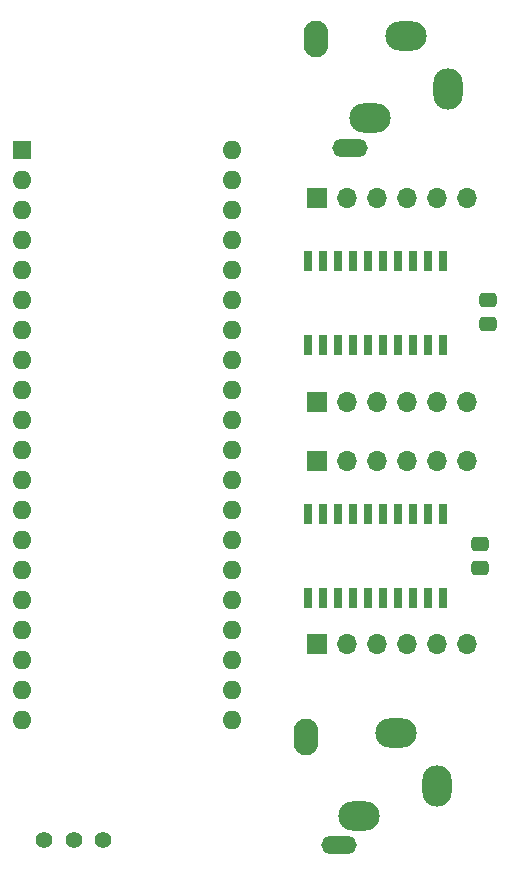
<source format=gts>
G04 #@! TF.GenerationSoftware,KiCad,Pcbnew,8.0.8*
G04 #@! TF.CreationDate,2025-01-26T13:14:25+09:00*
G04 #@! TF.ProjectId,SyncBoard,53796e63-426f-4617-9264-2e6b69636164,rev?*
G04 #@! TF.SameCoordinates,Original*
G04 #@! TF.FileFunction,Soldermask,Top*
G04 #@! TF.FilePolarity,Negative*
%FSLAX46Y46*%
G04 Gerber Fmt 4.6, Leading zero omitted, Abs format (unit mm)*
G04 Created by KiCad (PCBNEW 8.0.8) date 2025-01-26 13:14:25*
%MOMM*%
%LPD*%
G01*
G04 APERTURE LIST*
G04 Aperture macros list*
%AMRoundRect*
0 Rectangle with rounded corners*
0 $1 Rounding radius*
0 $2 $3 $4 $5 $6 $7 $8 $9 X,Y pos of 4 corners*
0 Add a 4 corners polygon primitive as box body*
4,1,4,$2,$3,$4,$5,$6,$7,$8,$9,$2,$3,0*
0 Add four circle primitives for the rounded corners*
1,1,$1+$1,$2,$3*
1,1,$1+$1,$4,$5*
1,1,$1+$1,$6,$7*
1,1,$1+$1,$8,$9*
0 Add four rect primitives between the rounded corners*
20,1,$1+$1,$2,$3,$4,$5,0*
20,1,$1+$1,$4,$5,$6,$7,0*
20,1,$1+$1,$6,$7,$8,$9,0*
20,1,$1+$1,$8,$9,$2,$3,0*%
G04 Aperture macros list end*
%ADD10R,0.700000X1.775000*%
%ADD11R,1.700000X1.700000*%
%ADD12O,1.700000X1.700000*%
%ADD13O,1.600000X1.600000*%
%ADD14R,1.600000X1.600000*%
%ADD15C,1.400000*%
%ADD16O,2.100000X3.100000*%
%ADD17O,3.500000X2.500000*%
%ADD18O,2.500000X3.500000*%
%ADD19O,3.000000X1.500000*%
%ADD20RoundRect,0.250000X-0.475000X0.337500X-0.475000X-0.337500X0.475000X-0.337500X0.475000X0.337500X0*%
G04 APERTURE END LIST*
D10*
X121765000Y-75387000D03*
X120495000Y-75387000D03*
X119225000Y-75387000D03*
X117955000Y-75387000D03*
X116685000Y-75387000D03*
X115415000Y-75387000D03*
X114145000Y-75387000D03*
X112875000Y-75387000D03*
X111605000Y-75387000D03*
X110335000Y-75387000D03*
X110335000Y-82463000D03*
X111605000Y-82463000D03*
X112875000Y-82463000D03*
X114145000Y-82463000D03*
X115415000Y-82463000D03*
X116685000Y-82463000D03*
X117955000Y-82463000D03*
X119225000Y-82463000D03*
X120495000Y-82463000D03*
X121765000Y-82463000D03*
X121765000Y-53975000D03*
X120495000Y-53975000D03*
X119225000Y-53975000D03*
X117955000Y-53975000D03*
X116685000Y-53975000D03*
X115415000Y-53975000D03*
X114145000Y-53975000D03*
X112875000Y-53975000D03*
X111605000Y-53975000D03*
X110335000Y-53975000D03*
X110335000Y-61051000D03*
X111605000Y-61051000D03*
X112875000Y-61051000D03*
X114145000Y-61051000D03*
X115415000Y-61051000D03*
X116685000Y-61051000D03*
X117955000Y-61051000D03*
X119225000Y-61051000D03*
X120495000Y-61051000D03*
X121765000Y-61051000D03*
D11*
X111125000Y-65925000D03*
D12*
X113665000Y-65925000D03*
X116205000Y-65925000D03*
X118745000Y-65925000D03*
X121285000Y-65925000D03*
X123825000Y-65925000D03*
D11*
X111125000Y-48615000D03*
D12*
X113665000Y-48615000D03*
X116205000Y-48615000D03*
X118745000Y-48615000D03*
X121285000Y-48615000D03*
X123825000Y-48615000D03*
D11*
X111125000Y-86360000D03*
D12*
X113665000Y-86360000D03*
X116205000Y-86360000D03*
X118745000Y-86360000D03*
X121285000Y-86360000D03*
X123825000Y-86360000D03*
D11*
X111125000Y-70925000D03*
D12*
X113665000Y-70925000D03*
X116205000Y-70925000D03*
X118745000Y-70925000D03*
X121285000Y-70925000D03*
X123825000Y-70925000D03*
D13*
X103900000Y-44530000D03*
X103900000Y-47070000D03*
X103900000Y-49610000D03*
X103900000Y-52150000D03*
X103900000Y-54690000D03*
X103900000Y-57230000D03*
X103900000Y-59770000D03*
X103900000Y-62310000D03*
X103900000Y-64850000D03*
X103900000Y-67390000D03*
X103900000Y-69930000D03*
X103900000Y-72470000D03*
X103900000Y-75010000D03*
X103900000Y-77550000D03*
X103900000Y-80090000D03*
X103900000Y-82630000D03*
X103900000Y-85170000D03*
X103900000Y-87710000D03*
X103900000Y-90250000D03*
X103900000Y-92790000D03*
X86100000Y-92790000D03*
X86100000Y-90250000D03*
X86100000Y-87710000D03*
X86100000Y-85170000D03*
X86100000Y-82630000D03*
X86100000Y-80090000D03*
X86100000Y-77550000D03*
X86100000Y-75010000D03*
X86100000Y-72470000D03*
X86100000Y-69930000D03*
X86100000Y-67390000D03*
X86100000Y-64850000D03*
X86100000Y-62310000D03*
X86100000Y-59770000D03*
X86100000Y-57230000D03*
X86100000Y-54690000D03*
X86100000Y-52150000D03*
X86100000Y-49610000D03*
X86100000Y-47070000D03*
D14*
X86100000Y-44530000D03*
D15*
X93000000Y-103000000D03*
X90500000Y-103000000D03*
X88000000Y-103000000D03*
D16*
X110185000Y-94225000D03*
D17*
X117785000Y-93925000D03*
D18*
X121285000Y-98425000D03*
D17*
X114685000Y-100925000D03*
D19*
X112985000Y-103425000D03*
D16*
X111070000Y-35170000D03*
D17*
X118670000Y-34870000D03*
D18*
X122170000Y-39370000D03*
D17*
X115570000Y-41870000D03*
D19*
X113870000Y-44370000D03*
D20*
X124940000Y-79962500D03*
X124940000Y-77887500D03*
X125575000Y-59325500D03*
X125575000Y-57250500D03*
M02*

</source>
